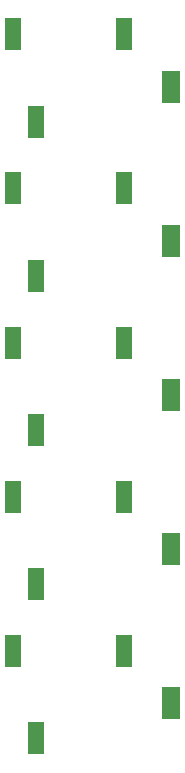
<source format=gbp>
G04 #@! TF.GenerationSoftware,KiCad,Pcbnew,8.0.1*
G04 #@! TF.CreationDate,2024-03-31T18:38:23-05:00*
G04 #@! TF.ProjectId,dinoctopus_v2,64696e6f-6374-46f7-9075-735f76322e6b,rev?*
G04 #@! TF.SameCoordinates,Original*
G04 #@! TF.FileFunction,Paste,Bot*
G04 #@! TF.FilePolarity,Positive*
%FSLAX46Y46*%
G04 Gerber Fmt 4.6, Leading zero omitted, Abs format (unit mm)*
G04 Created by KiCad (PCBNEW 8.0.1) date 2024-03-31 18:38:23*
%MOMM*%
%LPD*%
G01*
G04 APERTURE LIST*
%ADD10R,1.400000X2.800000*%
%ADD11R,1.600000X2.800000*%
G04 APERTURE END LIST*
D10*
X32000000Y-39322222D03*
X41400000Y-39322222D03*
X34000000Y-46722222D03*
D11*
X45400000Y-43772222D03*
D10*
X32000000Y-52366666D03*
X41400000Y-52366666D03*
X34000000Y-59766666D03*
D11*
X45400000Y-56816666D03*
D10*
X32000000Y-65411110D03*
X41400000Y-65411110D03*
X34000000Y-72811110D03*
D11*
X45400000Y-69861110D03*
X45400000Y-95949998D03*
D10*
X34000000Y-98899998D03*
X41400000Y-91499998D03*
X32000000Y-91499998D03*
X32000000Y-78455554D03*
X41400000Y-78455554D03*
X34000000Y-85855554D03*
D11*
X45400000Y-82905554D03*
M02*

</source>
